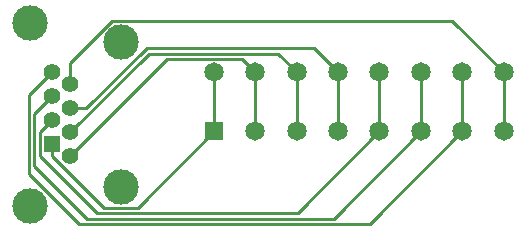
<source format=gbr>
%TF.GenerationSoftware,KiCad,Pcbnew,7.0.5*%
%TF.CreationDate,2023-11-09T00:00:04-05:00*%
%TF.ProjectId,rj45-breakout-board,726a3435-2d62-4726-9561-6b6f75742d62,0.1.0*%
%TF.SameCoordinates,Original*%
%TF.FileFunction,Copper,L1,Top*%
%TF.FilePolarity,Positive*%
%FSLAX46Y46*%
G04 Gerber Fmt 4.6, Leading zero omitted, Abs format (unit mm)*
G04 Created by KiCad (PCBNEW 7.0.5) date 2023-11-09 00:00:04*
%MOMM*%
%LPD*%
G01*
G04 APERTURE LIST*
%TA.AperFunction,ComponentPad*%
%ADD10R,1.400000X1.400000*%
%TD*%
%TA.AperFunction,ComponentPad*%
%ADD11C,1.400000*%
%TD*%
%TA.AperFunction,ComponentPad*%
%ADD12C,3.000000*%
%TD*%
%TA.AperFunction,ComponentPad*%
%ADD13R,1.650000X1.650000*%
%TD*%
%TA.AperFunction,ComponentPad*%
%ADD14C,1.650000*%
%TD*%
%TA.AperFunction,Conductor*%
%ADD15C,0.250000*%
%TD*%
G04 APERTURE END LIST*
D10*
%TO.P,J1,1,1*%
%TO.N,Net-(J2-1.1)*%
X63250000Y-75810000D03*
D11*
%TO.P,J1,2,2*%
%TO.N,Net-(J2-2.1)*%
X64770000Y-76830000D03*
%TO.P,J1,3,3*%
%TO.N,Net-(J2-3.1)*%
X64770000Y-74800000D03*
%TO.P,J1,4,4*%
%TO.N,Net-(J2-4.1)*%
X64770000Y-72770000D03*
%TO.P,J1,5,5*%
%TO.N,Net-(J2-5.1)*%
X63250000Y-73780000D03*
%TO.P,J1,6,6*%
%TO.N,Net-(J2-6.1)*%
X63250000Y-71750000D03*
%TO.P,J1,7,7*%
%TO.N,Net-(J2-7.1)*%
X63250000Y-69720000D03*
%TO.P,J1,8,8*%
%TO.N,Net-(J2-8.1)*%
X64770000Y-70740000D03*
D12*
%TO.P,J1,MH1,MH1*%
%TO.N,unconnected-(J1-PadMH1)*%
X61420000Y-81000000D03*
%TO.P,J1,MH2,MH2*%
%TO.N,unconnected-(J1-PadMH2)*%
X61420000Y-65560000D03*
%TO.P,J1,MH3,MH3*%
%TO.N,unconnected-(J1-PadMH3)*%
X69090000Y-79380000D03*
%TO.P,J1,MH4,MH4*%
%TO.N,unconnected-(J1-PadMH4)*%
X69090000Y-67180000D03*
%TD*%
D13*
%TO.P,J2,1,1.1*%
%TO.N,Net-(J2-1.1)*%
X76990000Y-74720000D03*
D14*
%TO.P,J2,2,1.2*%
X76990000Y-69720000D03*
%TO.P,J2,3,2.1*%
%TO.N,Net-(J2-2.1)*%
X80490000Y-74720000D03*
%TO.P,J2,4,2.2*%
X80490000Y-69720000D03*
%TO.P,J2,5,3.1*%
%TO.N,Net-(J2-3.1)*%
X83990000Y-74720000D03*
%TO.P,J2,6,3.2*%
X83990000Y-69720000D03*
%TO.P,J2,7,4.1*%
%TO.N,Net-(J2-4.1)*%
X87490000Y-74720000D03*
%TO.P,J2,8,4.2*%
X87490000Y-69720000D03*
%TO.P,J2,9,5.1*%
%TO.N,Net-(J2-5.1)*%
X90990000Y-74720000D03*
%TO.P,J2,10,5.2*%
X90990000Y-69720000D03*
%TO.P,J2,11,6.1*%
%TO.N,Net-(J2-6.1)*%
X94490000Y-74720000D03*
%TO.P,J2,12,6.2*%
X94490000Y-69720000D03*
%TO.P,J2,13,7.1*%
%TO.N,Net-(J2-7.1)*%
X97990000Y-74720000D03*
%TO.P,J2,14,7.2*%
X97990000Y-69720000D03*
%TO.P,J2,15,8.1*%
%TO.N,Net-(J2-8.1)*%
X101490000Y-74720000D03*
%TO.P,J2,16,8.2*%
X101490000Y-69720000D03*
%TD*%
D15*
%TO.N,Net-(J2-1.1)*%
X63250000Y-76760000D02*
X67695000Y-81205000D01*
X67695000Y-81205000D02*
X70505000Y-81205000D01*
X63250000Y-75810000D02*
X63250000Y-76760000D01*
X70505000Y-81205000D02*
X76990000Y-74720000D01*
X76990000Y-74720000D02*
X76990000Y-69720000D01*
%TO.N,Net-(J2-2.1)*%
X73030000Y-68570000D02*
X79340000Y-68570000D01*
X80490000Y-69720000D02*
X80490000Y-74720000D01*
X79340000Y-68570000D02*
X80490000Y-69720000D01*
X64770000Y-76830000D02*
X73030000Y-68570000D01*
%TO.N,Net-(J2-3.1)*%
X71450000Y-68120000D02*
X82390000Y-68120000D01*
X64770000Y-74800000D02*
X71450000Y-68120000D01*
X83990000Y-74720000D02*
X83990000Y-69720000D01*
X82390000Y-68120000D02*
X83990000Y-69720000D01*
%TO.N,Net-(J2-4.1)*%
X66163604Y-72770000D02*
X71263604Y-67670000D01*
X85440000Y-67670000D02*
X87490000Y-69720000D01*
X87490000Y-69720000D02*
X87490000Y-74720000D01*
X64770000Y-72770000D02*
X66163604Y-72770000D01*
X71263604Y-67670000D02*
X85440000Y-67670000D01*
%TO.N,Net-(J2-5.1)*%
X62225000Y-76825000D02*
X67055000Y-81655000D01*
X67055000Y-81655000D02*
X84055000Y-81655000D01*
X90990000Y-74720000D02*
X90990000Y-69720000D01*
X84055000Y-81655000D02*
X90990000Y-74720000D01*
X62225000Y-74805000D02*
X62225000Y-76825000D01*
X63250000Y-73780000D02*
X62225000Y-74805000D01*
%TO.N,Net-(J2-6.1)*%
X61775000Y-77645000D02*
X66235000Y-82105000D01*
X94490000Y-69720000D02*
X94490000Y-74720000D01*
X63250000Y-71750000D02*
X61775000Y-73225000D01*
X66235000Y-82105000D02*
X87105000Y-82105000D01*
X61775000Y-73225000D02*
X61775000Y-77645000D01*
X87105000Y-82105000D02*
X94490000Y-74720000D01*
%TO.N,Net-(J2-7.1)*%
X61325000Y-78324060D02*
X65555940Y-82555000D01*
X63250000Y-69720000D02*
X61325000Y-71645000D01*
X61325000Y-71645000D02*
X61325000Y-78324060D01*
X90155000Y-82555000D02*
X97990000Y-74720000D01*
X97990000Y-74720000D02*
X97990000Y-69720000D01*
X65555940Y-82555000D02*
X90155000Y-82555000D01*
%TO.N,Net-(J2-8.1)*%
X101490000Y-69720000D02*
X101490000Y-74720000D01*
X64770000Y-68919060D02*
X68334060Y-65355000D01*
X64770000Y-70740000D02*
X64770000Y-68919060D01*
X68334060Y-65355000D02*
X97125000Y-65355000D01*
X97125000Y-65355000D02*
X101490000Y-69720000D01*
%TD*%
M02*

</source>
